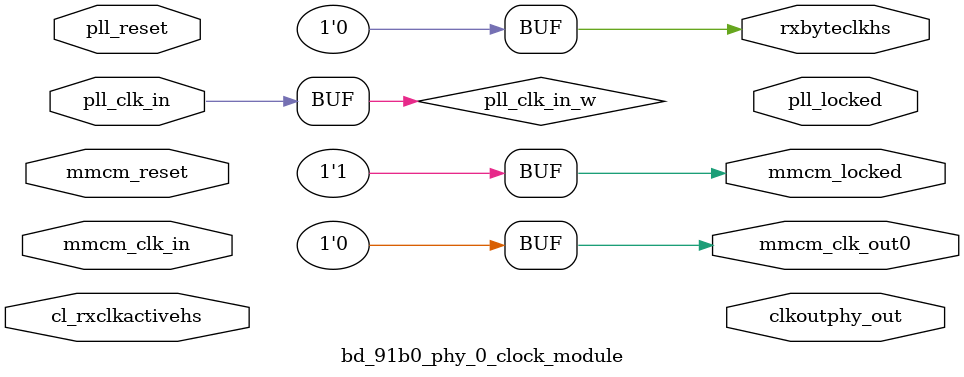
<source format=v>

`timescale 1ps/1ps

(* DowngradeIPIdentifiedWarnings="yes" *)
module bd_91b0_phy_0_clock_module
#(
   parameter C_DPHY_LANES = 2,
   parameter MTBF_SYNC_STAGES = 3,
   parameter C_HS_LINE_RATE = 1000,
   parameter C_STABLE_CLK_PERIOD = 10,
   parameter C_TXPLL_CLKIN_PERIOD = 8.0,
   parameter EN_DPHY_IO = 1
   )
   (
       input               mmcm_clk_in,
       output              mmcm_clk_out0,
       input               cl_rxclkactivehs,
       output              rxbyteclkhs,
       input               pll_clk_in,
       output              clkoutphy_out,
       output              pll_locked,
       input               pll_reset,
       output              mmcm_locked,
       input               mmcm_reset
   );

   wire               pll_clk_in_w;
   wire               pll_locked_w;
   wire               pll_locked_sync;
   reg                clkoutphy_en;
   reg  [7:0]         clkoutphy_en_cntr;


assign  rxbyteclkhs   = 1'b0;
assign  mmcm_locked   = 1'b1;
assign  mmcm_clk_out0 = 1'b0;
assign  pll_clk_in_w  = pll_clk_in;

   //TXPLL Attributes for 1500 MHz CLKOUTPHY
   localparam  C_TXPLL_CLKIN_PERIOD_T   = 5.000;
   localparam  C_TXPLL_CLKOUTPHY_MODE   = "VCO";
   localparam  C_PLL_DIVCLK_DIVIDE      = 2;
   localparam  C_TXPLL_CLKFBOUT_MULT    = 15;
   localparam  C_TXPLL_CLKOUT0_DIVIDE   = 8;
   localparam  C_TXPLL_CLKOUT1_DIVIDE   = 8;

// This below logic will not get generated for Design (i.e. It will be
// generated for Exdes)
// As this module itself will not get generated if support level is 0
// This module is being used for Exdes So below logic has to be there

// ONLY FOR VERSAL 
//
// This below logic will not get generated for Design (i.e. It will be
// generated for Exdes)
// As this module itself will not get generated if support level is 0
// This module is being used for Exdes So below logic has to be there

endmodule


</source>
